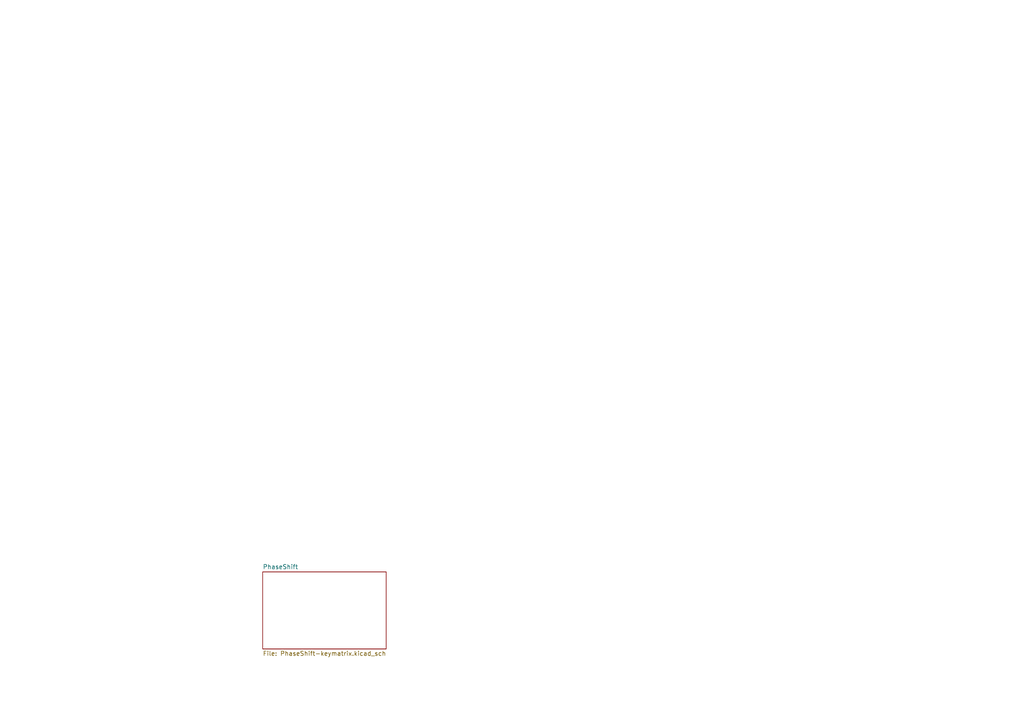
<source format=kicad_sch>
(kicad_sch
	(version 20250114)
	(generator "eeschema")
	(generator_version "9.0")
	(uuid "c7177d09-71a2-4de7-9a3e-bfc16a7f2797")
	(paper "A4")
	(lib_symbols)
	(sheet
		(at 76.2 165.862)
		(size 35.814 22.352)
		(exclude_from_sim no)
		(in_bom yes)
		(on_board yes)
		(dnp no)
		(fields_autoplaced yes)
		(stroke
			(width 0.1524)
			(type solid)
		)
		(fill
			(color 0 0 0 0.0000)
		)
		(uuid "b6e5122b-19a7-4e32-83dd-aae5ee669f5d")
		(property "Sheetname" "PhaseShift"
			(at 76.2 165.1504 0)
			(effects
				(font
					(size 1.27 1.27)
				)
				(justify left bottom)
			)
		)
		(property "Sheetfile" "PhaseShift-keymatrix.kicad_sch"
			(at 76.2 188.7986 0)
			(effects
				(font
					(size 1.27 1.27)
				)
				(justify left top)
			)
		)
		(instances
			(project "PhaseShift"
				(path "/c7177d09-71a2-4de7-9a3e-bfc16a7f2797"
					(page "3")
				)
			)
		)
	)
	(sheet_instances
		(path "/"
			(page "1")
		)
	)
	(embedded_fonts no)
)

</source>
